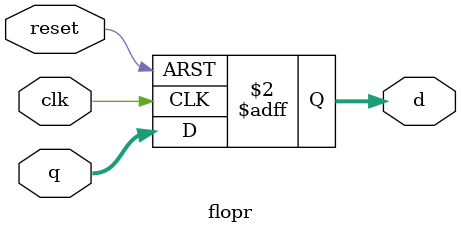
<source format=sv>
module flopr 
			#(parameter width = 64)
			( input logic clk, reset,
			input logic [width-1:0] q,
			output logic [width-1:0] d);
	
	always_ff @(posedge clk, posedge reset) begin
		if (reset) d <= 0;
		else d <= q;
	end 
	
endmodule 
</source>
